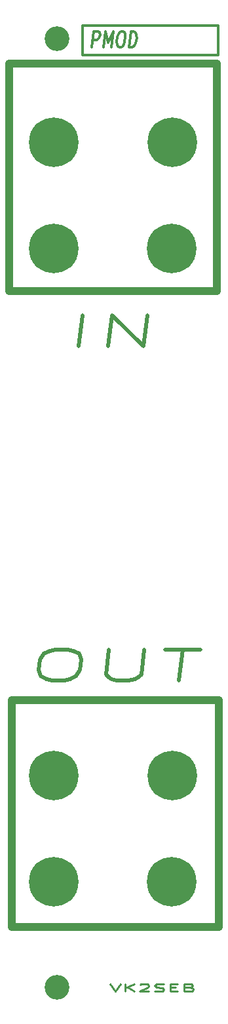
<source format=gbr>
%TF.GenerationSoftware,KiCad,Pcbnew,(6.0.5)*%
%TF.CreationDate,2022-06-26T10:57:07+02:00*%
%TF.ProjectId,eurorack-pmod-panel,6575726f-7261-4636-9b2d-706d6f642d70,rev?*%
%TF.SameCoordinates,Original*%
%TF.FileFunction,Soldermask,Top*%
%TF.FilePolarity,Negative*%
%FSLAX46Y46*%
G04 Gerber Fmt 4.6, Leading zero omitted, Abs format (unit mm)*
G04 Created by KiCad (PCBNEW (6.0.5)) date 2022-06-26 10:57:07*
%MOMM*%
%LPD*%
G01*
G04 APERTURE LIST*
%ADD10C,0.500000*%
%ADD11C,0.150000*%
%ADD12C,0.300000*%
%ADD13C,0.375000*%
%ADD14C,1.000000*%
%ADD15C,0.250000*%
%ADD16C,6.400000*%
%ADD17C,3.200000*%
G04 APERTURE END LIST*
D10*
X7361309Y-81883523D02*
X8885119Y-81883523D01*
X9623214Y-82074000D01*
X10337500Y-82454952D01*
X10623214Y-83216857D01*
X10456547Y-84550190D01*
X9980357Y-85312095D01*
X9170833Y-85693047D01*
X8385119Y-85883523D01*
X6861309Y-85883523D01*
X6123214Y-85693047D01*
X5408928Y-85312095D01*
X5123214Y-84550190D01*
X5289880Y-83216857D01*
X5766071Y-82454952D01*
X6575595Y-82074000D01*
X7361309Y-81883523D01*
X14218452Y-81883523D02*
X13813690Y-85121619D01*
X14147023Y-85502571D01*
X14504166Y-85693047D01*
X15242261Y-85883523D01*
X16766071Y-85883523D01*
X17551785Y-85693047D01*
X17956547Y-85502571D01*
X18385119Y-85121619D01*
X18789880Y-81883523D01*
X21456547Y-81883523D02*
X26027976Y-81883523D01*
X23242261Y-85883523D02*
X23742261Y-81883523D01*
D11*
X26289000Y-1397000D02*
X26416000Y-1397000D01*
X26416000Y-1397000D02*
X26416000Y-1270000D01*
X26416000Y-1270000D02*
X26289000Y-1270000D01*
X26289000Y-1270000D02*
X26289000Y-1397000D01*
D12*
X10795000Y-1270000D02*
X28321000Y-1270000D01*
X28321000Y-1270000D02*
X28321000Y-5080000D01*
X28321000Y-5080000D02*
X10795000Y-5080000D01*
X10795000Y-5080000D02*
X10795000Y-1270000D01*
D13*
X12010940Y-4079761D02*
X12260940Y-2079761D01*
X12832369Y-2079761D01*
X12963321Y-2175000D01*
X13022845Y-2270238D01*
X13070464Y-2460714D01*
X13034750Y-2746428D01*
X12939511Y-2936904D01*
X12856178Y-3032142D01*
X12701416Y-3127380D01*
X12129988Y-3127380D01*
X13510940Y-4079761D02*
X13760940Y-2079761D01*
X14082369Y-3508333D01*
X14760940Y-2079761D01*
X14510940Y-4079761D01*
X15760940Y-2079761D02*
X16046654Y-2079761D01*
X16177607Y-2175000D01*
X16296654Y-2365476D01*
X16320464Y-2746428D01*
X16237130Y-3413095D01*
X16118083Y-3794047D01*
X15951416Y-3984523D01*
X15796654Y-4079761D01*
X15510940Y-4079761D01*
X15379988Y-3984523D01*
X15260940Y-3794047D01*
X15237130Y-3413095D01*
X15320464Y-2746428D01*
X15439511Y-2365476D01*
X15606178Y-2175000D01*
X15760940Y-2079761D01*
X16796654Y-4079761D02*
X17046654Y-2079761D01*
X17403797Y-2079761D01*
X17606178Y-2175000D01*
X17725226Y-2365476D01*
X17772845Y-2555952D01*
X17796654Y-2936904D01*
X17760940Y-3222619D01*
X17641892Y-3603571D01*
X17546654Y-3794047D01*
X17379988Y-3984523D01*
X17153797Y-4079761D01*
X16796654Y-4079761D01*
D14*
X1333500Y-6223000D02*
X28130500Y-6223000D01*
X28130500Y-6223000D02*
X28130500Y-35560000D01*
X28130500Y-35560000D02*
X1333500Y-35560000D01*
X1333500Y-35560000D02*
X1333500Y-6223000D01*
X1651000Y-88392000D02*
X28448000Y-88392000D01*
X28448000Y-88392000D02*
X28448000Y-117729000D01*
X28448000Y-117729000D02*
X1651000Y-117729000D01*
X1651000Y-117729000D02*
X1651000Y-88392000D01*
D10*
X10289833Y-42703523D02*
X10789833Y-38703523D01*
X14099357Y-42703523D02*
X14599357Y-38703523D01*
X18670785Y-42703523D01*
X19170785Y-38703523D01*
D15*
X14335809Y-125055380D02*
X15002476Y-126055380D01*
X15669142Y-125055380D01*
X16335809Y-126055380D02*
X16335809Y-125055380D01*
X17478666Y-126055380D02*
X16621523Y-125483952D01*
X17478666Y-125055380D02*
X16335809Y-125626809D01*
X18240571Y-125150619D02*
X18335809Y-125103000D01*
X18526285Y-125055380D01*
X19002476Y-125055380D01*
X19192952Y-125103000D01*
X19288190Y-125150619D01*
X19383428Y-125245857D01*
X19383428Y-125341095D01*
X19288190Y-125483952D01*
X18145333Y-126055380D01*
X19383428Y-126055380D01*
X20145333Y-126007761D02*
X20431047Y-126055380D01*
X20907238Y-126055380D01*
X21097714Y-126007761D01*
X21192952Y-125960142D01*
X21288190Y-125864904D01*
X21288190Y-125769666D01*
X21192952Y-125674428D01*
X21097714Y-125626809D01*
X20907238Y-125579190D01*
X20526285Y-125531571D01*
X20335809Y-125483952D01*
X20240571Y-125436333D01*
X20145333Y-125341095D01*
X20145333Y-125245857D01*
X20240571Y-125150619D01*
X20335809Y-125103000D01*
X20526285Y-125055380D01*
X21002476Y-125055380D01*
X21288190Y-125103000D01*
X22145333Y-125531571D02*
X22812000Y-125531571D01*
X23097714Y-126055380D02*
X22145333Y-126055380D01*
X22145333Y-125055380D01*
X23097714Y-125055380D01*
X24621523Y-125531571D02*
X24907238Y-125579190D01*
X25002476Y-125626809D01*
X25097714Y-125722047D01*
X25097714Y-125864904D01*
X25002476Y-125960142D01*
X24907238Y-126007761D01*
X24716761Y-126055380D01*
X23954857Y-126055380D01*
X23954857Y-125055380D01*
X24621523Y-125055380D01*
X24812000Y-125103000D01*
X24907238Y-125150619D01*
X25002476Y-125245857D01*
X25002476Y-125341095D01*
X24907238Y-125436333D01*
X24812000Y-125483952D01*
X24621523Y-125531571D01*
X23954857Y-125531571D01*
D16*
%TO.C,REF\u002A\u002A*%
X22352000Y-30078000D03*
%TD*%
%TO.C,REF\u002A\u002A*%
X7112000Y-98150000D03*
%TD*%
%TO.C,REF\u002A\u002A*%
X7107000Y-30078000D03*
%TD*%
%TO.C,REF\u002A\u002A*%
X7112000Y-16362000D03*
%TD*%
%TO.C,REF\u002A\u002A*%
X22357000Y-98150000D03*
%TD*%
D17*
%TO.C,REF\u002A\u002A*%
X7500000Y-125500000D03*
%TD*%
D16*
%TO.C,REF\u002A\u002A*%
X7107000Y-111866000D03*
%TD*%
%TO.C,REF\u002A\u002A*%
X22352000Y-111866000D03*
%TD*%
%TO.C,REF\u002A\u002A*%
X22357000Y-16362000D03*
%TD*%
D17*
%TO.C,REF\u002A\u002A*%
X7500000Y-3000000D03*
%TD*%
M02*

</source>
